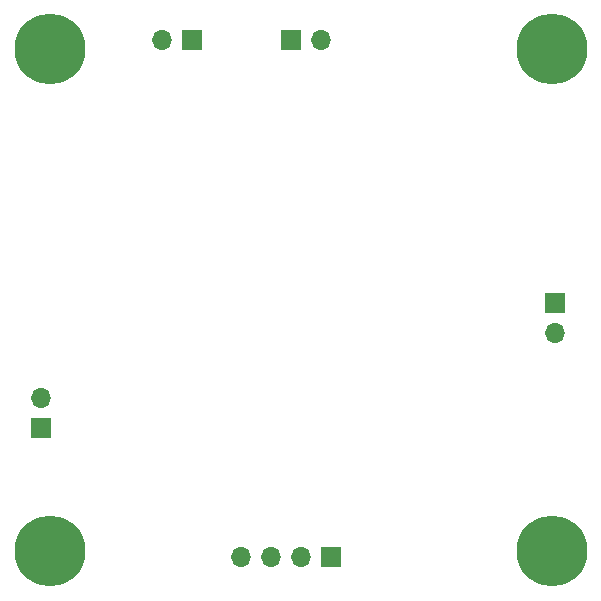
<source format=gbr>
%TF.GenerationSoftware,KiCad,Pcbnew,(6.0.0)*%
%TF.CreationDate,2023-02-04T05:02:53+03:00*%
%TF.ProjectId,STM32F4_breakout,53544d33-3246-4345-9f62-7265616b6f75,rev?*%
%TF.SameCoordinates,Original*%
%TF.FileFunction,Soldermask,Bot*%
%TF.FilePolarity,Negative*%
%FSLAX46Y46*%
G04 Gerber Fmt 4.6, Leading zero omitted, Abs format (unit mm)*
G04 Created by KiCad (PCBNEW (6.0.0)) date 2023-02-04 05:02:53*
%MOMM*%
%LPD*%
G01*
G04 APERTURE LIST*
%ADD10C,0.800000*%
%ADD11C,6.000000*%
%ADD12R,1.700000X1.700000*%
%ADD13O,1.700000X1.700000*%
G04 APERTURE END LIST*
D10*
%TO.C,H3*%
X126000000Y-100250000D03*
X126659010Y-101840990D03*
X128250000Y-102500000D03*
X129840990Y-101840990D03*
D11*
X128250000Y-100250000D03*
D10*
X126659010Y-98659010D03*
X130500000Y-100250000D03*
X129840990Y-98659010D03*
X128250000Y-98000000D03*
%TD*%
D12*
%TO.C,J1*%
X127500000Y-89775000D03*
D13*
X127500000Y-87235000D03*
%TD*%
%TO.C,3.3V*%
X137760000Y-57000000D03*
D12*
X140300000Y-57000000D03*
%TD*%
%TO.C,UART*%
X171000000Y-79225000D03*
D13*
X171000000Y-81765000D03*
%TD*%
D12*
%TO.C,I2C*%
X148660000Y-57000000D03*
D13*
X151200000Y-57000000D03*
%TD*%
D10*
%TO.C,H1*%
X128250000Y-60000000D03*
X126000000Y-57750000D03*
X129840990Y-59340990D03*
X126659010Y-56159010D03*
X130500000Y-57750000D03*
X126659010Y-59340990D03*
X129840990Y-56159010D03*
X128250000Y-55500000D03*
D11*
X128250000Y-57750000D03*
%TD*%
D10*
%TO.C,H2*%
X170750000Y-55500000D03*
X169159010Y-56159010D03*
X168500000Y-57750000D03*
X172340990Y-56159010D03*
X172340990Y-59340990D03*
X173000000Y-57750000D03*
X170750000Y-60000000D03*
D11*
X170750000Y-57750000D03*
D10*
X169159010Y-59340990D03*
%TD*%
D12*
%TO.C,SPI*%
X152080000Y-100750000D03*
D13*
X149540000Y-100750000D03*
X147000000Y-100750000D03*
X144460000Y-100750000D03*
%TD*%
D10*
%TO.C,H4*%
X170750000Y-98000000D03*
X168500000Y-100250000D03*
D11*
X170750000Y-100250000D03*
D10*
X169159010Y-101840990D03*
X172340990Y-101840990D03*
X169159010Y-98659010D03*
X170750000Y-102500000D03*
X173000000Y-100250000D03*
X172340990Y-98659010D03*
%TD*%
M02*

</source>
